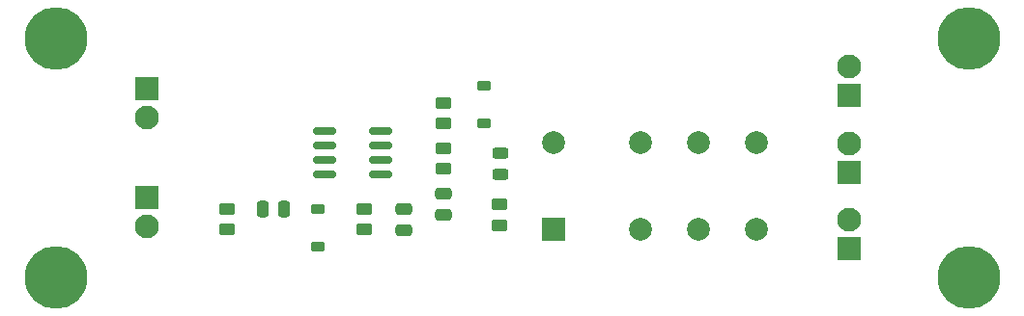
<source format=gts>
G04 #@! TF.GenerationSoftware,KiCad,Pcbnew,7.0.6-0*
G04 #@! TF.CreationDate,2023-08-27T09:50:28-04:00*
G04 #@! TF.ProjectId,edge triggered monostable,65646765-2074-4726-9967-676572656420,1.0*
G04 #@! TF.SameCoordinates,Original*
G04 #@! TF.FileFunction,Soldermask,Top*
G04 #@! TF.FilePolarity,Negative*
%FSLAX46Y46*%
G04 Gerber Fmt 4.6, Leading zero omitted, Abs format (unit mm)*
G04 Created by KiCad (PCBNEW 7.0.6-0) date 2023-08-27 09:50:28*
%MOMM*%
%LPD*%
G01*
G04 APERTURE LIST*
G04 Aperture macros list*
%AMRoundRect*
0 Rectangle with rounded corners*
0 $1 Rounding radius*
0 $2 $3 $4 $5 $6 $7 $8 $9 X,Y pos of 4 corners*
0 Add a 4 corners polygon primitive as box body*
4,1,4,$2,$3,$4,$5,$6,$7,$8,$9,$2,$3,0*
0 Add four circle primitives for the rounded corners*
1,1,$1+$1,$2,$3*
1,1,$1+$1,$4,$5*
1,1,$1+$1,$6,$7*
1,1,$1+$1,$8,$9*
0 Add four rect primitives between the rounded corners*
20,1,$1+$1,$2,$3,$4,$5,0*
20,1,$1+$1,$4,$5,$6,$7,0*
20,1,$1+$1,$6,$7,$8,$9,0*
20,1,$1+$1,$8,$9,$2,$3,0*%
G04 Aperture macros list end*
%ADD10RoundRect,0.150000X-0.825000X-0.150000X0.825000X-0.150000X0.825000X0.150000X-0.825000X0.150000X0*%
%ADD11R,2.000000X2.000000*%
%ADD12C,2.000000*%
%ADD13R,2.100000X2.100000*%
%ADD14C,2.100000*%
%ADD15C,5.500000*%
%ADD16RoundRect,0.250000X0.450000X-0.262500X0.450000X0.262500X-0.450000X0.262500X-0.450000X-0.262500X0*%
%ADD17RoundRect,0.250000X-0.450000X0.262500X-0.450000X-0.262500X0.450000X-0.262500X0.450000X0.262500X0*%
%ADD18RoundRect,0.243750X-0.456250X0.243750X-0.456250X-0.243750X0.456250X-0.243750X0.456250X0.243750X0*%
%ADD19RoundRect,0.225000X-0.375000X0.225000X-0.375000X-0.225000X0.375000X-0.225000X0.375000X0.225000X0*%
%ADD20RoundRect,0.250000X-0.475000X0.250000X-0.475000X-0.250000X0.475000X-0.250000X0.475000X0.250000X0*%
%ADD21RoundRect,0.225000X0.375000X-0.225000X0.375000X0.225000X-0.375000X0.225000X-0.375000X-0.225000X0*%
%ADD22RoundRect,0.250000X-0.250000X-0.475000X0.250000X-0.475000X0.250000X0.475000X-0.250000X0.475000X0*%
G04 APERTURE END LIST*
D10*
X107550000Y-98190000D03*
X107550000Y-99460000D03*
X107550000Y-100730000D03*
X107550000Y-102000000D03*
X112500000Y-102000000D03*
X112500000Y-100730000D03*
X112500000Y-99460000D03*
X112500000Y-98190000D03*
D11*
X127642500Y-106762500D03*
D12*
X135262500Y-106762500D03*
X140342500Y-106762500D03*
X145422500Y-106762500D03*
X145422500Y-99142500D03*
X140342500Y-99142500D03*
X135262500Y-99142500D03*
X127642500Y-99142500D03*
D13*
X153500000Y-95020000D03*
D14*
X153500000Y-92480000D03*
D13*
X153500000Y-101770000D03*
D14*
X153500000Y-99230000D03*
D13*
X153500000Y-108520000D03*
D14*
X153500000Y-105980000D03*
D13*
X92000000Y-94460000D03*
D14*
X92000000Y-97000000D03*
D13*
X92000000Y-103960000D03*
D14*
X92000000Y-106500000D03*
D15*
X164000000Y-111000000D03*
D16*
X118000000Y-101500000D03*
X118000000Y-99675000D03*
D17*
X118000000Y-95675000D03*
X118000000Y-97500000D03*
D18*
X122937500Y-100062500D03*
X122937500Y-101937500D03*
D15*
X84000000Y-111000000D03*
D16*
X122912500Y-106412500D03*
X122912500Y-104587500D03*
D19*
X107000000Y-105000000D03*
X107000000Y-108300000D03*
D20*
X114500000Y-105000000D03*
X114500000Y-106900000D03*
X118000000Y-103637500D03*
X118000000Y-105537500D03*
D17*
X111000000Y-105000000D03*
X111000000Y-106825000D03*
D15*
X84000000Y-90000000D03*
X164000000Y-90000000D03*
D21*
X121500000Y-97500000D03*
X121500000Y-94200000D03*
D17*
X99000000Y-105000000D03*
X99000000Y-106825000D03*
D22*
X102100000Y-105000000D03*
X104000000Y-105000000D03*
M02*

</source>
